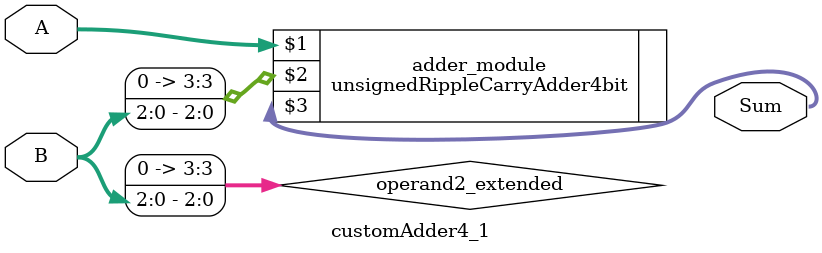
<source format=v>

module customAdder4_1(
                    input [3 : 0] A,
                    input [2 : 0] B,
                    
                    output [4 : 0] Sum
            );

    wire [3 : 0] operand2_extended;
    
    assign operand2_extended =  {1'b0, B};
    
    unsignedRippleCarryAdder4bit adder_module(
        A,
        operand2_extended,
        Sum
    );
    
endmodule
        
</source>
